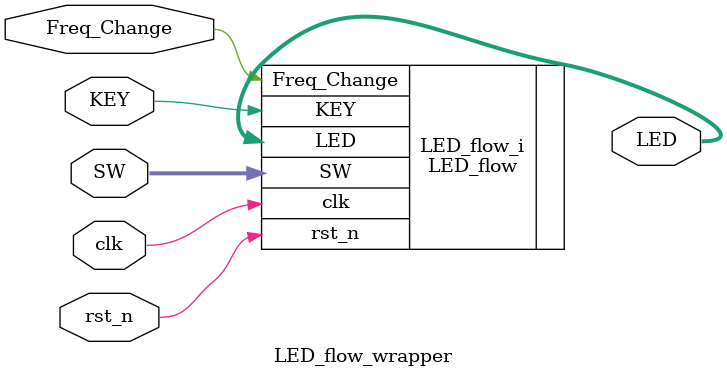
<source format=v>
`timescale 1 ps / 1 ps

module LED_flow_wrapper
   (Freq_Change,
    KEY,
    LED,
    SW,
    clk,
    rst_n);
  input Freq_Change;
  input KEY;
  output [17:0]LED;
  input [17:0]SW;
  input clk;
  input rst_n;

  wire Freq_Change;
  wire KEY;
  wire [17:0]LED;
  wire [17:0]SW;
  wire clk;
  wire rst_n;

  LED_flow LED_flow_i
       (.Freq_Change(Freq_Change),
        .KEY(KEY),
        .LED(LED),
        .SW(SW),
        .clk(clk),
        .rst_n(rst_n));
endmodule

</source>
